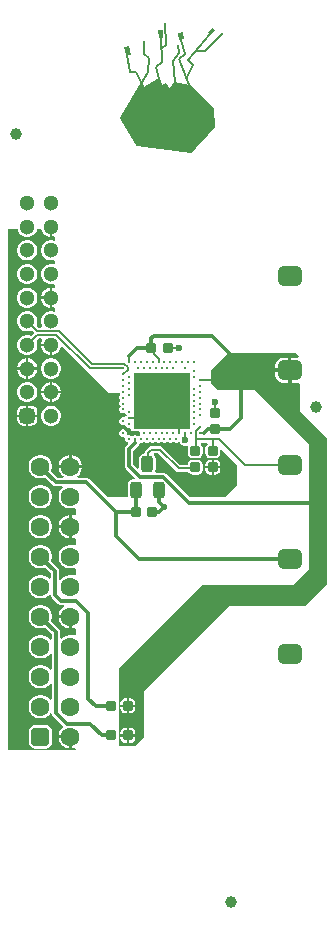
<source format=gtl>
G04*
G04 #@! TF.GenerationSoftware,Altium Limited,Altium Designer,23.3.1 (30)*
G04*
G04 Layer_Physical_Order=1*
G04 Layer_Color=255*
%FSLAX44Y44*%
%MOMM*%
G71*
G04*
G04 #@! TF.SameCoordinates,3F57623D-7EA3-4023-A88F-E5603923C6E2*
G04*
G04*
G04 #@! TF.FilePolarity,Positive*
G04*
G01*
G75*
%ADD10C,0.2000*%
%ADD14C,0.1656*%
G04:AMPARAMS|DCode=16|XSize=0.85mm|YSize=0.85mm|CornerRadius=0.2125mm|HoleSize=0mm|Usage=FLASHONLY|Rotation=270.000|XOffset=0mm|YOffset=0mm|HoleType=Round|Shape=RoundedRectangle|*
%AMROUNDEDRECTD16*
21,1,0.8500,0.4250,0,0,270.0*
21,1,0.4250,0.8500,0,0,270.0*
1,1,0.4250,-0.2125,-0.2125*
1,1,0.4250,-0.2125,0.2125*
1,1,0.4250,0.2125,0.2125*
1,1,0.4250,0.2125,-0.2125*
%
%ADD16ROUNDEDRECTD16*%
%ADD17C,0.2500*%
G04:AMPARAMS|DCode=18|XSize=0.85mm|YSize=0.85mm|CornerRadius=0.2125mm|HoleSize=0mm|Usage=FLASHONLY|Rotation=180.000|XOffset=0mm|YOffset=0mm|HoleType=Round|Shape=RoundedRectangle|*
%AMROUNDEDRECTD18*
21,1,0.8500,0.4250,0,0,180.0*
21,1,0.4250,0.8500,0,0,180.0*
1,1,0.4250,-0.2125,0.2125*
1,1,0.4250,0.2125,0.2125*
1,1,0.4250,0.2125,-0.2125*
1,1,0.4250,-0.2125,-0.2125*
%
%ADD18ROUNDEDRECTD18*%
G04:AMPARAMS|DCode=19|XSize=1mm|YSize=1.4mm|CornerRadius=0.25mm|HoleSize=0mm|Usage=FLASHONLY|Rotation=0.000|XOffset=0mm|YOffset=0mm|HoleType=Round|Shape=RoundedRectangle|*
%AMROUNDEDRECTD19*
21,1,1.0000,0.9000,0,0,0.0*
21,1,0.5000,1.4000,0,0,0.0*
1,1,0.5000,0.2500,-0.4500*
1,1,0.5000,-0.2500,-0.4500*
1,1,0.5000,-0.2500,0.4500*
1,1,0.5000,0.2500,0.4500*
%
%ADD19ROUNDEDRECTD19*%
%ADD32C,1.0000*%
%ADD33R,4.7000X4.7000*%
%ADD34C,0.3000*%
%ADD35C,0.1500*%
G04:AMPARAMS|DCode=36|XSize=1.7mm|YSize=2mm|CornerRadius=0.425mm|HoleSize=0mm|Usage=FLASHONLY|Rotation=90.000|XOffset=0mm|YOffset=0mm|HoleType=Round|Shape=RoundedRectangle|*
%AMROUNDEDRECTD36*
21,1,1.7000,1.1500,0,0,90.0*
21,1,0.8500,2.0000,0,0,90.0*
1,1,0.8500,0.5750,0.4250*
1,1,0.8500,0.5750,-0.4250*
1,1,0.8500,-0.5750,-0.4250*
1,1,0.8500,-0.5750,0.4250*
%
%ADD36ROUNDEDRECTD36*%
%ADD37C,1.3000*%
G04:AMPARAMS|DCode=38|XSize=1.3mm|YSize=1.3mm|CornerRadius=0.325mm|HoleSize=0mm|Usage=FLASHONLY|Rotation=90.000|XOffset=0mm|YOffset=0mm|HoleType=Round|Shape=RoundedRectangle|*
%AMROUNDEDRECTD38*
21,1,1.3000,0.6500,0,0,90.0*
21,1,0.6500,1.3000,0,0,90.0*
1,1,0.6500,0.3250,0.3250*
1,1,0.6500,0.3250,-0.3250*
1,1,0.6500,-0.3250,-0.3250*
1,1,0.6500,-0.3250,0.3250*
%
%ADD38ROUNDEDRECTD38*%
%ADD39C,1.6000*%
G04:AMPARAMS|DCode=40|XSize=1.6mm|YSize=1.6mm|CornerRadius=0.4mm|HoleSize=0mm|Usage=FLASHONLY|Rotation=90.000|XOffset=0mm|YOffset=0mm|HoleType=Round|Shape=RoundedRectangle|*
%AMROUNDEDRECTD40*
21,1,1.6000,0.8000,0,0,90.0*
21,1,0.8000,1.6000,0,0,90.0*
1,1,0.8000,0.4000,0.4000*
1,1,0.8000,0.4000,-0.4000*
1,1,0.8000,-0.4000,-0.4000*
1,1,0.8000,-0.4000,0.4000*
%
%ADD40ROUNDEDRECTD40*%
%ADD41C,0.6000*%
G36*
X152066Y710088D02*
X154721Y712109D01*
X158936Y707202D01*
X162920Y714014D01*
X174553Y711676D01*
X194905Y691065D01*
X195771Y675996D01*
X176621Y655304D01*
X130819Y660841D01*
X117049Y683963D01*
X134471Y712805D01*
X136477Y708876D01*
X149641Y716497D01*
X152066Y710088D01*
D02*
G37*
G36*
X58800Y583150D02*
X58919D01*
X60230Y583501D01*
X61500Y582572D01*
Y580728D01*
X60230Y579799D01*
X58919Y580150D01*
X56681D01*
X54519Y579571D01*
X52581Y578452D01*
X50998Y576869D01*
X49879Y574931D01*
X49300Y572769D01*
Y570531D01*
X49879Y568369D01*
X50998Y566431D01*
X52581Y564848D01*
X54519Y563729D01*
X56681Y563150D01*
X58919D01*
X60230Y563501D01*
X61500Y562572D01*
Y560728D01*
X60230Y559799D01*
X58919Y560150D01*
X56681D01*
X54519Y559571D01*
X52581Y558452D01*
X50998Y556869D01*
X49879Y554931D01*
X49300Y552769D01*
Y550531D01*
X49879Y548369D01*
X50998Y546431D01*
X52581Y544848D01*
X54519Y543729D01*
X56681Y543150D01*
X58919D01*
X60230Y543501D01*
X61500Y542572D01*
Y540728D01*
X60230Y539799D01*
X58919Y540150D01*
X58800D01*
Y531650D01*
Y523150D01*
X58919D01*
X60230Y523501D01*
X61500Y522572D01*
Y520728D01*
X60230Y519799D01*
X58919Y520150D01*
X56681D01*
X54519Y519571D01*
X52581Y518452D01*
X50998Y516869D01*
X49879Y514931D01*
X49300Y512769D01*
Y510531D01*
X49879Y508369D01*
X50540Y507224D01*
X49807Y505954D01*
X47461D01*
X45474Y507942D01*
X45721Y508369D01*
X46300Y510531D01*
Y512769D01*
X45721Y514931D01*
X44602Y516869D01*
X43019Y518452D01*
X41081Y519571D01*
X38919Y520150D01*
X36681D01*
X34519Y519571D01*
X32581Y518452D01*
X30998Y516869D01*
X29879Y514931D01*
X29300Y512769D01*
Y510531D01*
X29879Y508369D01*
X30998Y506431D01*
X32581Y504848D01*
X34519Y503729D01*
X36681Y503150D01*
X38919D01*
X41081Y503729D01*
X41509Y503976D01*
X43835Y501650D01*
X41509Y499324D01*
X41081Y499571D01*
X38919Y500150D01*
X36681D01*
X34519Y499571D01*
X32581Y498452D01*
X30998Y496869D01*
X29879Y494931D01*
X29300Y492769D01*
Y490531D01*
X29879Y488369D01*
X30998Y486431D01*
X32581Y484848D01*
X34519Y483729D01*
X36681Y483150D01*
X38919D01*
X41081Y483729D01*
X43019Y484848D01*
X44602Y486431D01*
X45721Y488369D01*
X46300Y490531D01*
Y492769D01*
X45721Y494931D01*
X45474Y495359D01*
X47461Y497346D01*
X49807D01*
X50540Y496076D01*
X49879Y494931D01*
X49300Y492769D01*
Y492650D01*
X57800D01*
Y491650D01*
X58800D01*
Y483150D01*
X58919D01*
X61081Y483729D01*
X63019Y484848D01*
X64602Y486431D01*
X65721Y488369D01*
X66062Y489642D01*
X67478Y490022D01*
X106750Y450750D01*
X116000D01*
X116245Y450159D01*
X116904Y449500D01*
X116245Y448841D01*
X115750Y447646D01*
Y446353D01*
X116245Y445159D01*
X116904Y444500D01*
X116245Y443841D01*
X115750Y442646D01*
Y441353D01*
X116245Y440159D01*
X116904Y439500D01*
X116245Y438841D01*
X115750Y437646D01*
Y436353D01*
X116245Y435159D01*
X117159Y434245D01*
X118354Y433750D01*
X119646D01*
X121111Y432982D01*
X121245Y432659D01*
X121904Y432000D01*
X121245Y431341D01*
X121111Y431018D01*
X119646Y430250D01*
X118354D01*
X117159Y429755D01*
X116245Y428841D01*
X115750Y427646D01*
Y426354D01*
X116245Y425159D01*
X117159Y424245D01*
X118354Y423750D01*
X119646D01*
X121111Y422982D01*
X121245Y422659D01*
X122159Y421745D01*
X123354Y421250D01*
X124647D01*
X124730Y421285D01*
X126000Y420436D01*
Y419000D01*
X132436D01*
X133285Y417730D01*
X133250Y417646D01*
Y416353D01*
X133572Y415577D01*
X133354Y415250D01*
X132159Y414755D01*
X131500Y414096D01*
X130841Y414755D01*
X129647Y415250D01*
X128354D01*
X127159Y414755D01*
X126500Y414096D01*
X125841Y414755D01*
X124647Y415250D01*
X123354D01*
X123129Y415157D01*
X122157Y416129D01*
X122250Y416353D01*
Y417646D01*
X121755Y418841D01*
X120841Y419755D01*
X119646Y420250D01*
X118354D01*
X117159Y419755D01*
X116245Y418841D01*
X115750Y417646D01*
Y416353D01*
X116245Y415159D01*
X117159Y414245D01*
X118354Y413750D01*
X119646D01*
X119871Y413843D01*
X120843Y412871D01*
X120750Y412646D01*
Y411353D01*
X121245Y410159D01*
X122159Y409245D01*
X122747Y409001D01*
X123118Y407577D01*
X121227Y405685D01*
X120453Y404528D01*
X120181Y403162D01*
Y389250D01*
X120453Y387884D01*
X121227Y386727D01*
X128942Y379011D01*
X128456Y377838D01*
X127500D01*
X125744Y377489D01*
X124256Y376494D01*
X123261Y375006D01*
X122912Y373250D01*
Y364250D01*
X123065Y363482D01*
X122259Y362500D01*
X105797D01*
X90273Y378023D01*
X89116Y378797D01*
X87750Y379069D01*
X80431D01*
X80091Y380339D01*
X80540Y380598D01*
X82402Y382460D01*
X83719Y384740D01*
X84400Y387284D01*
Y387600D01*
X74400D01*
X64400D01*
Y387284D01*
X65082Y384740D01*
X66398Y382460D01*
X68260Y380598D01*
X68709Y380339D01*
X68369Y379069D01*
X63578D01*
X58168Y384479D01*
X58319Y384740D01*
X59000Y387284D01*
Y389916D01*
X58319Y392460D01*
X57002Y394740D01*
X55140Y396602D01*
X52860Y397919D01*
X50317Y398600D01*
X47684D01*
X45140Y397919D01*
X42860Y396602D01*
X40998Y394740D01*
X39681Y392460D01*
X39000Y389916D01*
Y387284D01*
X39681Y384740D01*
X40998Y382460D01*
X42860Y380598D01*
X45140Y379282D01*
X47684Y378600D01*
X50317D01*
X52860Y379282D01*
X53121Y379432D01*
X59577Y372977D01*
X60734Y372203D01*
X62100Y371931D01*
X67193D01*
X67719Y370661D01*
X66398Y369340D01*
X65082Y367060D01*
X64400Y364516D01*
Y361884D01*
X65082Y359340D01*
X66398Y357060D01*
X68260Y355198D01*
X70540Y353881D01*
X73084Y353200D01*
X75717D01*
X77730Y353740D01*
X79000Y352971D01*
Y348030D01*
X77730Y347261D01*
X75717Y347800D01*
X75400D01*
Y337800D01*
Y327800D01*
X75717D01*
X77730Y328340D01*
X79000Y327570D01*
Y322630D01*
X77730Y321861D01*
X75717Y322400D01*
X73084D01*
X70540Y321718D01*
X68260Y320402D01*
X66398Y318540D01*
X65082Y316260D01*
X64400Y313717D01*
Y311084D01*
X65082Y308540D01*
X66398Y306260D01*
X68260Y304398D01*
X70540Y303081D01*
X73084Y302400D01*
X75717D01*
X77730Y302939D01*
X79000Y302171D01*
Y297229D01*
X77730Y296460D01*
X75717Y297000D01*
X73084D01*
X70540Y296318D01*
X68260Y295002D01*
X66398Y293140D01*
X66089Y292604D01*
X64819Y292944D01*
Y300150D01*
X64547Y301516D01*
X63773Y302673D01*
X58168Y308279D01*
X58319Y308540D01*
X59000Y311084D01*
Y313717D01*
X58319Y316260D01*
X57002Y318540D01*
X55140Y320402D01*
X52860Y321718D01*
X50317Y322400D01*
X47684D01*
X45140Y321718D01*
X42860Y320402D01*
X40998Y318540D01*
X39681Y316260D01*
X39000Y313717D01*
Y311084D01*
X39681Y308540D01*
X40998Y306260D01*
X42860Y304398D01*
X45140Y303081D01*
X47684Y302400D01*
X50317D01*
X52860Y303081D01*
X53121Y303232D01*
X57681Y298672D01*
Y294257D01*
X56411Y293731D01*
X55140Y295002D01*
X52860Y296318D01*
X50317Y297000D01*
X47684D01*
X45140Y296318D01*
X42860Y295002D01*
X40998Y293140D01*
X39681Y290860D01*
X39000Y288316D01*
Y285683D01*
X39681Y283140D01*
X40998Y280860D01*
X42860Y278998D01*
X45140Y277682D01*
X47684Y277000D01*
X50317D01*
X52860Y277682D01*
X55140Y278998D01*
X56411Y280269D01*
X56746Y280264D01*
X57765Y279827D01*
X57953Y278884D01*
X58727Y277727D01*
X63977Y272477D01*
X65134Y271703D01*
X66500Y271432D01*
X68889D01*
X69229Y270161D01*
X68260Y269602D01*
X66398Y267740D01*
X65082Y265460D01*
X64400Y262917D01*
Y262600D01*
X74400D01*
Y261600D01*
X75400D01*
Y251600D01*
X75717D01*
X77730Y252139D01*
X79000Y251371D01*
Y246430D01*
X77730Y245660D01*
X75717Y246200D01*
X73084D01*
X70540Y245518D01*
X68260Y244202D01*
X66839Y242781D01*
X65569Y243307D01*
Y248600D01*
X65297Y249966D01*
X64523Y251123D01*
X58168Y257479D01*
X58319Y257740D01*
X59000Y260284D01*
Y262917D01*
X58319Y265460D01*
X57002Y267740D01*
X55140Y269602D01*
X52860Y270919D01*
X50317Y271600D01*
X47684D01*
X45140Y270919D01*
X42860Y269602D01*
X40998Y267740D01*
X39681Y265460D01*
X39000Y262917D01*
Y260284D01*
X39681Y257740D01*
X40998Y255460D01*
X42860Y253598D01*
X45140Y252281D01*
X47684Y251600D01*
X50317D01*
X52860Y252281D01*
X53121Y252432D01*
X58431Y247122D01*
Y242404D01*
X57161Y242064D01*
X57002Y242340D01*
X55140Y244202D01*
X52860Y245518D01*
X50317Y246200D01*
X47684D01*
X45140Y245518D01*
X42860Y244202D01*
X40998Y242340D01*
X39681Y240060D01*
X39000Y237516D01*
Y234883D01*
X39681Y232340D01*
X40998Y230060D01*
X42860Y228198D01*
X45140Y226882D01*
X47684Y226200D01*
X50317D01*
X52860Y226882D01*
X55140Y228198D01*
X57002Y230060D01*
X57161Y230336D01*
X58431Y229996D01*
Y217004D01*
X57161Y216664D01*
X57002Y216940D01*
X55140Y218802D01*
X52860Y220119D01*
X50317Y220800D01*
X47684D01*
X45140Y220119D01*
X42860Y218802D01*
X40998Y216940D01*
X39681Y214660D01*
X39000Y212117D01*
Y209484D01*
X39681Y206940D01*
X40998Y204660D01*
X42860Y202798D01*
X45140Y201481D01*
X47684Y200800D01*
X50317D01*
X52860Y201481D01*
X55140Y202798D01*
X57002Y204660D01*
X57161Y204936D01*
X58431Y204596D01*
Y191604D01*
X57161Y191264D01*
X57002Y191540D01*
X55140Y193402D01*
X52860Y194718D01*
X50317Y195400D01*
X47684D01*
X45140Y194718D01*
X42860Y193402D01*
X40998Y191540D01*
X39681Y189260D01*
X39000Y186716D01*
Y184083D01*
X39681Y181540D01*
X40998Y179260D01*
X42860Y177398D01*
X45140Y176082D01*
X47684Y175400D01*
X50317D01*
X52860Y176082D01*
X55140Y177398D01*
X57002Y179260D01*
X57211Y179623D01*
X58550Y179402D01*
X58703Y178634D01*
X59477Y177477D01*
X68340Y168613D01*
X68260Y168002D01*
X66398Y166140D01*
X65082Y163860D01*
X64400Y161317D01*
Y161000D01*
X74400D01*
Y160000D01*
X75400D01*
Y150000D01*
X75717D01*
X77730Y150540D01*
X79000Y149770D01*
Y148250D01*
X21500D01*
Y589500D01*
X29576D01*
X29879Y588369D01*
X30998Y586431D01*
X32581Y584848D01*
X34519Y583729D01*
X36681Y583150D01*
X38919D01*
X41081Y583729D01*
X43019Y584848D01*
X44602Y586431D01*
X45721Y588369D01*
X46024Y589500D01*
X49576D01*
X49879Y588369D01*
X50998Y586431D01*
X52581Y584848D01*
X54519Y583729D01*
X56681Y583150D01*
X56800D01*
Y591650D01*
X58800D01*
Y583150D01*
D02*
G37*
G36*
X267685Y482315D02*
X267637Y481467D01*
X266388Y480495D01*
X265750Y480622D01*
X261000D01*
Y470000D01*
Y459378D01*
X265750D01*
X267230Y459672D01*
X268500Y458660D01*
Y436000D01*
X291750Y412750D01*
X291750Y289000D01*
X273250Y270500D01*
X208500Y270500D01*
X137000Y199000D01*
Y159750D01*
X129250Y152000D01*
X115266D01*
Y158551D01*
X115331Y158875D01*
Y163125D01*
X115266Y163449D01*
Y183551D01*
X115331Y183875D01*
Y188125D01*
X115266Y188449D01*
Y218016D01*
X185500Y288250D01*
X263000D01*
X276750Y302000D01*
Y407000D01*
X230500Y453250D01*
X199500Y453250D01*
X193000Y459750D01*
Y470750D01*
X207375Y485125D01*
X232375Y485125D01*
X264875D01*
X267685Y482315D01*
D02*
G37*
G36*
X157159Y409245D02*
X158354Y408750D01*
X159647D01*
X160841Y409245D01*
X161500Y409904D01*
X162159Y409245D01*
X163354Y408750D01*
X164646D01*
X165841Y409245D01*
X166743Y409065D01*
X167011Y408418D01*
X168418Y407011D01*
X170255Y406250D01*
X172245D01*
X173021Y406572D01*
X173603Y406069D01*
X173960Y405586D01*
X173669Y404125D01*
Y399875D01*
X173989Y398265D01*
X174901Y396901D01*
X176266Y395989D01*
X177875Y395669D01*
X182125D01*
X183734Y395989D01*
X185099Y396901D01*
X186011Y398265D01*
X186331Y399875D01*
Y404125D01*
X186011Y405734D01*
X185099Y407099D01*
X184535Y407476D01*
X184921Y408746D01*
X190079D01*
X190465Y407476D01*
X189901Y407099D01*
X188989Y405734D01*
X188669Y404125D01*
Y399875D01*
X188989Y398265D01*
X189901Y396901D01*
X191266Y395989D01*
X192875Y395669D01*
X197125D01*
X198734Y395989D01*
X200099Y396901D01*
X201011Y398265D01*
X201331Y399875D01*
Y402373D01*
X202601Y402899D01*
X207006Y398494D01*
X215250Y390250D01*
Y372500D01*
X205250Y362500D01*
X175297D01*
X155273Y382523D01*
X154116Y383297D01*
X152750Y383569D01*
X147032D01*
X146307Y384839D01*
X146588Y386250D01*
Y395250D01*
X146239Y397006D01*
X145244Y398494D01*
X144979Y398671D01*
X145365Y399941D01*
X148733D01*
X163837Y384837D01*
X163837Y384837D01*
X164830Y384174D01*
X166000Y383941D01*
X174206D01*
X174901Y382901D01*
X176266Y381989D01*
X177875Y381669D01*
X182125D01*
X183734Y381989D01*
X185099Y382901D01*
X186011Y384266D01*
X186331Y385875D01*
Y390125D01*
X186011Y391735D01*
X185099Y393099D01*
X183734Y394011D01*
X182125Y394331D01*
X177875D01*
X176266Y394011D01*
X174901Y393099D01*
X173989Y391735D01*
X173669Y390125D01*
Y390059D01*
X167267D01*
X152163Y405163D01*
X151171Y405826D01*
X150000Y406059D01*
X150000Y406059D01*
X143000D01*
X141830Y405826D01*
X140837Y405163D01*
X137837Y402163D01*
X137174Y401171D01*
X136941Y400000D01*
X135798Y399599D01*
X135244Y399489D01*
X133756Y398494D01*
X132761Y397006D01*
X132412Y395250D01*
Y387431D01*
X131142Y386905D01*
X127319Y390728D01*
Y401684D01*
X131523Y405889D01*
X132297Y407046D01*
X132438Y407755D01*
X133203Y408587D01*
X133796Y408750D01*
X134647D01*
X135841Y409245D01*
X136500Y409904D01*
X137159Y409245D01*
X138354Y408750D01*
X139647D01*
X140841Y409245D01*
X141500Y409904D01*
X142159Y409245D01*
X143354Y408750D01*
X144646D01*
X145841Y409245D01*
X146500Y409904D01*
X147159Y409245D01*
X148354Y408750D01*
X149647D01*
X150841Y409245D01*
X151500Y409904D01*
X152159Y409245D01*
X153354Y408750D01*
X154647D01*
X155841Y409245D01*
X156500Y409904D01*
X157159Y409245D01*
D02*
G37*
G36*
X120075Y743991D02*
X121104Y736678D01*
X125324Y737272D01*
X124295Y744585D01*
X120075Y743991D01*
D02*
G37*
G36*
X148784Y758153D02*
X149258Y751458D01*
X152924Y751717D01*
X152451Y758412D01*
X148784Y758153D01*
D02*
G37*
G36*
X165139Y755704D02*
X166521Y749637D01*
X170807Y750613D01*
X169424Y756680D01*
X165139Y755704D01*
D02*
G37*
G36*
X194591Y760354D02*
X190851Y755976D01*
X193391Y753806D01*
X197131Y758185D01*
X194591Y760354D01*
D02*
G37*
%LPC*%
G36*
X38919Y580150D02*
X36681D01*
X34519Y579571D01*
X32581Y578452D01*
X30998Y576869D01*
X29879Y574931D01*
X29300Y572769D01*
Y570531D01*
X29879Y568369D01*
X30998Y566431D01*
X32581Y564848D01*
X34519Y563729D01*
X36681Y563150D01*
X38919D01*
X41081Y563729D01*
X43019Y564848D01*
X44602Y566431D01*
X45721Y568369D01*
X46300Y570531D01*
Y572769D01*
X45721Y574931D01*
X44602Y576869D01*
X43019Y578452D01*
X41081Y579571D01*
X38919Y580150D01*
D02*
G37*
G36*
Y560150D02*
X36681D01*
X34519Y559571D01*
X32581Y558452D01*
X30998Y556869D01*
X29879Y554931D01*
X29300Y552769D01*
Y550531D01*
X29879Y548369D01*
X30998Y546431D01*
X32581Y544848D01*
X34519Y543729D01*
X36681Y543150D01*
X38919D01*
X41081Y543729D01*
X43019Y544848D01*
X44602Y546431D01*
X45721Y548369D01*
X46300Y550531D01*
Y552769D01*
X45721Y554931D01*
X44602Y556869D01*
X43019Y558452D01*
X41081Y559571D01*
X38919Y560150D01*
D02*
G37*
G36*
X56800Y540150D02*
X56681D01*
X54519Y539571D01*
X52581Y538452D01*
X50998Y536869D01*
X49879Y534931D01*
X49300Y532769D01*
Y532650D01*
X56800D01*
Y540150D01*
D02*
G37*
G36*
Y530650D02*
X49300D01*
Y530531D01*
X49879Y528369D01*
X50998Y526431D01*
X52581Y524848D01*
X54519Y523729D01*
X56681Y523150D01*
X56800D01*
Y530650D01*
D02*
G37*
G36*
X38919Y540150D02*
X36681D01*
X34519Y539571D01*
X32581Y538452D01*
X30998Y536869D01*
X29879Y534931D01*
X29300Y532769D01*
Y530531D01*
X29879Y528369D01*
X30998Y526431D01*
X32581Y524848D01*
X34519Y523729D01*
X36681Y523150D01*
X38919D01*
X41081Y523729D01*
X43019Y524848D01*
X44602Y526431D01*
X45721Y528369D01*
X46300Y530531D01*
Y532769D01*
X45721Y534931D01*
X44602Y536869D01*
X43019Y538452D01*
X41081Y539571D01*
X38919Y540150D01*
D02*
G37*
G36*
X56800Y490650D02*
X49300D01*
Y490531D01*
X49879Y488369D01*
X50998Y486431D01*
X52581Y484848D01*
X54519Y483729D01*
X56681Y483150D01*
X56800D01*
Y490650D01*
D02*
G37*
G36*
X38919Y480150D02*
X38800D01*
Y472650D01*
X46300D01*
Y472769D01*
X45721Y474931D01*
X44602Y476869D01*
X43019Y478452D01*
X41081Y479571D01*
X38919Y480150D01*
D02*
G37*
G36*
X36800D02*
X36681D01*
X34519Y479571D01*
X32581Y478452D01*
X30998Y476869D01*
X29879Y474931D01*
X29300Y472769D01*
Y472650D01*
X36800D01*
Y480150D01*
D02*
G37*
G36*
X58919D02*
X56681D01*
X54519Y479571D01*
X52581Y478452D01*
X50998Y476869D01*
X49879Y474931D01*
X49300Y472769D01*
Y470531D01*
X49879Y468369D01*
X50998Y466431D01*
X52581Y464848D01*
X54519Y463729D01*
X56681Y463150D01*
X58919D01*
X61081Y463729D01*
X63019Y464848D01*
X64602Y466431D01*
X65721Y468369D01*
X66300Y470531D01*
Y472769D01*
X65721Y474931D01*
X64602Y476869D01*
X63019Y478452D01*
X61081Y479571D01*
X58919Y480150D01*
D02*
G37*
G36*
X46300Y470650D02*
X38800D01*
Y463150D01*
X38919D01*
X41081Y463729D01*
X43019Y464848D01*
X44602Y466431D01*
X45721Y468369D01*
X46300Y470531D01*
Y470650D01*
D02*
G37*
G36*
X36800D02*
X29300D01*
Y470531D01*
X29879Y468369D01*
X30998Y466431D01*
X32581Y464848D01*
X34519Y463729D01*
X36681Y463150D01*
X36800D01*
Y470650D01*
D02*
G37*
G36*
X58919Y460150D02*
X58800D01*
Y452650D01*
X66300D01*
Y452769D01*
X65721Y454931D01*
X64602Y456869D01*
X63019Y458452D01*
X61081Y459571D01*
X58919Y460150D01*
D02*
G37*
G36*
X56800D02*
X56681D01*
X54519Y459571D01*
X52581Y458452D01*
X50998Y456869D01*
X49879Y454931D01*
X49300Y452769D01*
Y452650D01*
X56800D01*
Y460150D01*
D02*
G37*
G36*
X66300Y450650D02*
X58800D01*
Y443150D01*
X58919D01*
X61081Y443729D01*
X63019Y444848D01*
X64602Y446431D01*
X65721Y448369D01*
X66300Y450531D01*
Y450650D01*
D02*
G37*
G36*
X56800D02*
X49300D01*
Y450531D01*
X49879Y448369D01*
X50998Y446431D01*
X52581Y444848D01*
X54519Y443729D01*
X56681Y443150D01*
X56800D01*
Y450650D01*
D02*
G37*
G36*
X38919Y460150D02*
X36681D01*
X34519Y459571D01*
X32581Y458452D01*
X30998Y456869D01*
X29879Y454931D01*
X29300Y452769D01*
Y450531D01*
X29879Y448369D01*
X30998Y446431D01*
X32581Y444848D01*
X34519Y443729D01*
X36681Y443150D01*
X38919D01*
X41081Y443729D01*
X43019Y444848D01*
X44602Y446431D01*
X45721Y448369D01*
X46300Y450531D01*
Y452769D01*
X45721Y454931D01*
X44602Y456869D01*
X43019Y458452D01*
X41081Y459571D01*
X38919Y460150D01*
D02*
G37*
G36*
X41050Y440253D02*
X38800D01*
Y432650D01*
X46403D01*
Y434900D01*
X45995Y436948D01*
X44835Y438685D01*
X43098Y439845D01*
X41050Y440253D01*
D02*
G37*
G36*
X36800D02*
X34550D01*
X32502Y439845D01*
X30765Y438685D01*
X29605Y436948D01*
X29197Y434900D01*
Y432650D01*
X36800D01*
Y440253D01*
D02*
G37*
G36*
X58919Y440150D02*
X56681D01*
X54519Y439571D01*
X52581Y438452D01*
X50998Y436869D01*
X49879Y434931D01*
X49300Y432769D01*
Y430531D01*
X49879Y428369D01*
X50998Y426431D01*
X52581Y424848D01*
X54519Y423729D01*
X56681Y423150D01*
X58919D01*
X61081Y423729D01*
X63019Y424848D01*
X64602Y426431D01*
X65721Y428369D01*
X66300Y430531D01*
Y432769D01*
X65721Y434931D01*
X64602Y436869D01*
X63019Y438452D01*
X61081Y439571D01*
X58919Y440150D01*
D02*
G37*
G36*
X46403Y430650D02*
X38800D01*
Y423047D01*
X41050D01*
X43098Y423455D01*
X44835Y424615D01*
X45995Y426352D01*
X46403Y428400D01*
Y430650D01*
D02*
G37*
G36*
X36800D02*
X29197D01*
Y428400D01*
X29605Y426352D01*
X30765Y424615D01*
X32502Y423455D01*
X34550Y423047D01*
X36800D01*
Y430650D01*
D02*
G37*
G36*
X75717Y398600D02*
X75400D01*
Y389600D01*
X84400D01*
Y389916D01*
X83719Y392460D01*
X82402Y394740D01*
X80540Y396602D01*
X78260Y397919D01*
X75717Y398600D01*
D02*
G37*
G36*
X73400D02*
X73084D01*
X70540Y397919D01*
X68260Y396602D01*
X66398Y394740D01*
X65082Y392460D01*
X64400Y389916D01*
Y389600D01*
X73400D01*
Y398600D01*
D02*
G37*
G36*
X50317Y373200D02*
X47684D01*
X45140Y372519D01*
X42860Y371202D01*
X40998Y369340D01*
X39681Y367060D01*
X39000Y364516D01*
Y361884D01*
X39681Y359340D01*
X40998Y357060D01*
X42860Y355198D01*
X45140Y353881D01*
X47684Y353200D01*
X50317D01*
X52860Y353881D01*
X55140Y355198D01*
X57002Y357060D01*
X58319Y359340D01*
X59000Y361884D01*
Y364516D01*
X58319Y367060D01*
X57002Y369340D01*
X55140Y371202D01*
X52860Y372519D01*
X50317Y373200D01*
D02*
G37*
G36*
X73400Y347800D02*
X73084D01*
X70540Y347118D01*
X68260Y345802D01*
X66398Y343940D01*
X65082Y341660D01*
X64400Y339117D01*
Y338800D01*
X73400D01*
Y347800D01*
D02*
G37*
G36*
Y336800D02*
X64400D01*
Y336483D01*
X65082Y333940D01*
X66398Y331660D01*
X68260Y329798D01*
X70540Y328481D01*
X73084Y327800D01*
X73400D01*
Y336800D01*
D02*
G37*
G36*
X50317Y347800D02*
X47684D01*
X45140Y347118D01*
X42860Y345802D01*
X40998Y343940D01*
X39681Y341660D01*
X39000Y339117D01*
Y336483D01*
X39681Y333940D01*
X40998Y331660D01*
X42860Y329798D01*
X45140Y328481D01*
X47684Y327800D01*
X50317D01*
X52860Y328481D01*
X55140Y329798D01*
X57002Y331660D01*
X58319Y333940D01*
X59000Y336483D01*
Y339117D01*
X58319Y341660D01*
X57002Y343940D01*
X55140Y345802D01*
X52860Y347118D01*
X50317Y347800D01*
D02*
G37*
G36*
X73400Y260600D02*
X64400D01*
Y260284D01*
X65082Y257740D01*
X66398Y255460D01*
X68260Y253598D01*
X70540Y252281D01*
X73084Y251600D01*
X73400D01*
Y260600D01*
D02*
G37*
G36*
Y159000D02*
X64400D01*
Y158684D01*
X65082Y156140D01*
X66398Y153860D01*
X68260Y151998D01*
X70540Y150681D01*
X73084Y150000D01*
X73400D01*
Y159000D01*
D02*
G37*
G36*
X53000Y170117D02*
X45000D01*
X42659Y169652D01*
X40674Y168326D01*
X39348Y166341D01*
X38883Y164000D01*
Y156000D01*
X39348Y153659D01*
X40674Y151674D01*
X42659Y150348D01*
X45000Y149882D01*
X53000D01*
X55341Y150348D01*
X57326Y151674D01*
X58652Y153659D01*
X59117Y156000D01*
Y164000D01*
X58652Y166341D01*
X57326Y168326D01*
X55341Y169652D01*
X53000Y170117D01*
D02*
G37*
G36*
X259000Y480622D02*
X254250D01*
X251811Y480137D01*
X249744Y478756D01*
X248363Y476689D01*
X247878Y474250D01*
Y471000D01*
X259000D01*
Y480622D01*
D02*
G37*
G36*
Y469000D02*
X247878D01*
Y465750D01*
X248363Y463311D01*
X249744Y461244D01*
X251811Y459863D01*
X254250Y459378D01*
X259000D01*
Y469000D01*
D02*
G37*
G36*
X125125Y192331D02*
X124000D01*
Y187000D01*
X129331D01*
Y188125D01*
X129011Y189734D01*
X128099Y191099D01*
X126735Y192011D01*
X125125Y192331D01*
D02*
G37*
G36*
X122000D02*
X120875D01*
X119265Y192011D01*
X117901Y191099D01*
X116989Y189734D01*
X116669Y188125D01*
Y187000D01*
X122000D01*
Y192331D01*
D02*
G37*
G36*
X129331Y185000D02*
X124000D01*
Y179669D01*
X125125D01*
X126735Y179989D01*
X128099Y180901D01*
X129011Y182265D01*
X129331Y183875D01*
Y185000D01*
D02*
G37*
G36*
X122000D02*
X116669D01*
Y183875D01*
X116989Y182265D01*
X117901Y180901D01*
X119265Y179989D01*
X120875Y179669D01*
X122000D01*
Y185000D01*
D02*
G37*
G36*
X125125Y167331D02*
X124000D01*
Y162000D01*
X129331D01*
Y163125D01*
X129011Y164734D01*
X128099Y166099D01*
X126735Y167011D01*
X125125Y167331D01*
D02*
G37*
G36*
X122000D02*
X120875D01*
X119265Y167011D01*
X117901Y166099D01*
X116989Y164734D01*
X116669Y163125D01*
Y162000D01*
X122000D01*
Y167331D01*
D02*
G37*
G36*
X129331Y160000D02*
X124000D01*
Y154669D01*
X125125D01*
X126735Y154989D01*
X128099Y155901D01*
X129011Y157266D01*
X129331Y158875D01*
Y160000D01*
D02*
G37*
G36*
X122000D02*
X116669D01*
Y158875D01*
X116989Y157266D01*
X117901Y155901D01*
X119265Y154989D01*
X120875Y154669D01*
X122000D01*
Y160000D01*
D02*
G37*
G36*
X197125Y394331D02*
X196000D01*
Y389000D01*
X201331D01*
Y390125D01*
X201011Y391735D01*
X200099Y393099D01*
X198734Y394011D01*
X197125Y394331D01*
D02*
G37*
G36*
X194000D02*
X192875D01*
X191266Y394011D01*
X189901Y393099D01*
X188989Y391735D01*
X188669Y390125D01*
Y389000D01*
X194000D01*
Y394331D01*
D02*
G37*
G36*
X201331Y387000D02*
X196000D01*
Y381669D01*
X197125D01*
X198734Y381989D01*
X200099Y382901D01*
X201011Y384266D01*
X201331Y385875D01*
Y387000D01*
D02*
G37*
G36*
X194000D02*
X188669D01*
Y385875D01*
X188989Y384266D01*
X189901Y382901D01*
X191266Y381989D01*
X192875Y381669D01*
X194000D01*
Y387000D01*
D02*
G37*
%LPD*%
D10*
X195000Y411804D02*
X200196D01*
X180445D02*
X195000D01*
Y402000D02*
Y411804D01*
X222000Y390000D02*
X260000D01*
X200196Y411804D02*
X222000Y390000D01*
X180445Y411804D02*
Y418445D01*
Y405164D02*
Y411804D01*
Y418445D02*
X184000Y422000D01*
X180445Y405164D02*
X180750Y404859D01*
Y404250D02*
Y404859D01*
X150000Y403000D02*
X166000Y387000D01*
X181566D01*
X124000Y429500D02*
X136500D01*
X184000Y462000D02*
X195000D01*
X139250Y390750D02*
Y391000D01*
X144960Y486000D02*
X145374Y485586D01*
Y483626D02*
X149000Y480000D01*
Y477000D02*
Y480000D01*
X143000Y486000D02*
X144960D01*
X145374Y483626D02*
Y485586D01*
X129000Y408412D02*
Y412000D01*
X124000Y477000D02*
Y482000D01*
X143000Y403000D02*
X150000D01*
X140000Y400000D02*
X143000Y403000D01*
X139500Y390750D02*
X140000Y391250D01*
Y400000D01*
X184000Y417000D02*
X187250D01*
X139250Y391000D02*
X139500Y390750D01*
X157000Y488750D02*
X166125D01*
X196500Y434250D02*
Y443250D01*
X171404Y416904D02*
X171500Y417000D01*
X171404Y411404D02*
Y416904D01*
X171250Y411250D02*
X171404Y411404D01*
X166500Y422418D02*
X169500Y425418D01*
X166500Y417000D02*
Y422418D01*
X169500Y425418D02*
Y426500D01*
X136500Y429500D02*
X151500Y444500D01*
D14*
X174553Y711676D02*
X194905Y691065D01*
X171896Y718602D02*
X174553Y711676D01*
X173006Y718720D02*
X178443Y728922D01*
X166148Y733587D02*
X171003Y737956D01*
X172306Y717534D02*
X173006Y718720D01*
X173711Y732941D02*
X178443Y728922D01*
X166148Y733587D02*
X171896Y718602D01*
X194905Y691065D02*
X195771Y675996D01*
X157738Y695724D02*
X162330Y698957D01*
X160676Y702701D02*
X166961Y709973D01*
X160676Y702701D02*
X162330Y698957D01*
X158936Y707202D02*
X162920Y714014D01*
X166961Y709973D01*
X161361Y732028D02*
X162920Y714014D01*
X161361Y732028D02*
X166615Y738840D01*
X122646Y737087D02*
X124468Y722732D01*
X180041Y740401D02*
X188669D01*
X165824Y745942D02*
X166615Y738840D01*
X168318Y750046D02*
X171003Y737956D01*
X173711Y732941D02*
X192258Y754799D01*
X140432Y722675D02*
X141121Y734678D01*
X151028Y751635D02*
X152123Y731162D01*
X147100Y727005D02*
X152123Y731162D01*
X188669Y740401D02*
X203129Y755328D01*
X136249Y738166D02*
X136952Y749076D01*
X136249Y738166D02*
X141121Y734678D01*
X151484Y743112D02*
X155472Y745942D01*
X147100Y727005D02*
X149641Y716497D01*
X154783Y763909D02*
X155472Y745942D01*
X124468Y722732D02*
X129549Y722444D01*
X117049Y683963D02*
X140432Y722675D01*
X136477Y708876D02*
X149641Y716497D01*
X152066Y710088D01*
X129549Y722444D02*
X136477Y708876D01*
X152066Y710088D02*
X154721Y712109D01*
X158936Y707202D01*
X117049Y683963D02*
X130819Y660841D01*
X176621Y655304D02*
X195771Y675996D01*
X130819Y660841D02*
X176621Y655304D01*
D16*
X109000Y161000D02*
D03*
X123000D02*
D03*
X129500Y350500D02*
D03*
X143500D02*
D03*
X123000Y186000D02*
D03*
X109000D02*
D03*
X157000Y488750D02*
D03*
X143000Y488750D02*
D03*
D17*
X131500Y472000D02*
D03*
X136500D02*
D03*
X141500D02*
D03*
X146500D02*
D03*
X151500D02*
D03*
X156500D02*
D03*
X161500D02*
D03*
X124000Y477000D02*
D03*
X129000D02*
D03*
X134000D02*
D03*
X139000D02*
D03*
X144000D02*
D03*
X149000D02*
D03*
X154000D02*
D03*
X159000D02*
D03*
X164000D02*
D03*
X169000D02*
D03*
X171500Y472000D02*
D03*
X174000Y477000D02*
D03*
X179000D02*
D03*
Y469500D02*
D03*
Y464500D02*
D03*
X184000Y462000D02*
D03*
X179000Y454500D02*
D03*
Y449500D02*
D03*
Y444500D02*
D03*
Y439500D02*
D03*
X184000Y457000D02*
D03*
Y452000D02*
D03*
Y447000D02*
D03*
Y442000D02*
D03*
Y437000D02*
D03*
X179000Y434500D02*
D03*
X184000Y432000D02*
D03*
X179000Y429500D02*
D03*
Y424500D02*
D03*
X184000Y422000D02*
D03*
X119000Y417000D02*
D03*
X136500D02*
D03*
X141500D02*
D03*
X146500D02*
D03*
X151500D02*
D03*
X156500D02*
D03*
X161500D02*
D03*
X166500D02*
D03*
X171500D02*
D03*
X176500D02*
D03*
X124000Y412000D02*
D03*
X129000D02*
D03*
X134000D02*
D03*
X139000D02*
D03*
X144000D02*
D03*
X149000D02*
D03*
X154000D02*
D03*
X159000D02*
D03*
X124000Y464500D02*
D03*
X119000Y462000D02*
D03*
X124000Y459500D02*
D03*
X119000Y457000D02*
D03*
X124000Y454500D02*
D03*
X119000Y452000D02*
D03*
X124000Y449500D02*
D03*
X119000Y447000D02*
D03*
Y442000D02*
D03*
Y437000D02*
D03*
X124000Y434500D02*
D03*
Y429500D02*
D03*
X119000Y427000D02*
D03*
X124000Y424500D02*
D03*
X184000Y417000D02*
D03*
X119000Y472000D02*
D03*
Y467000D02*
D03*
X164000Y412000D02*
D03*
D18*
X180000Y402000D02*
D03*
Y388000D02*
D03*
X195000D02*
D03*
Y402000D02*
D03*
X196500Y420250D02*
D03*
Y434250D02*
D03*
D19*
X130000Y368750D02*
D03*
X149000D02*
D03*
X139500Y390750D02*
D03*
D32*
X282000Y439250D02*
D03*
X28250Y670500D02*
D03*
X210000Y20000D02*
D03*
D33*
X151500Y444500D02*
D03*
D34*
X219000Y470000D02*
Y474500D01*
X145000Y499250D02*
X194250D01*
X219000Y474500D01*
X112750Y329750D02*
Y350500D01*
X132500Y310000D02*
X260000D01*
X112750Y329750D02*
X132500Y310000D01*
X62100Y375500D02*
X87750D01*
X112750Y350500D02*
X129500D01*
X87750Y375500D02*
X112750Y350500D01*
X153250Y354250D02*
X153250D01*
X149000Y358500D02*
X153250Y354250D01*
X153250D02*
X153750D01*
X195000Y462000D02*
X203000Y470000D01*
X219000D01*
X283250Y362000D02*
Y410750D01*
X174750Y358000D02*
X279250D01*
X283250Y362000D01*
X133000Y380000D02*
X152750D01*
X174750Y358000D01*
X123750Y389250D02*
Y403162D01*
Y389250D02*
X133000Y380000D01*
X123750Y403162D02*
X129000Y408412D01*
X260000Y434000D02*
X283250Y410750D01*
X49000Y388600D02*
X62100Y375500D01*
X129500Y350500D02*
Y368250D01*
X130000Y368750D01*
X61250Y280250D02*
Y300150D01*
X66500Y275000D02*
X79250D01*
X61250Y280250D02*
X66500Y275000D01*
X49000Y312400D02*
X61250Y300150D01*
X79250Y275000D02*
X89500Y264750D01*
Y192250D02*
Y264750D01*
Y192250D02*
X95750Y186000D01*
X109000D01*
X49000Y261600D02*
X62000Y248600D01*
Y180000D02*
Y248600D01*
Y180000D02*
X71250Y170750D01*
X101000Y161000D02*
X109000D01*
X71250Y170750D02*
X91250D01*
X101000Y161000D01*
X260000Y434000D02*
Y470000D01*
X219000Y430000D02*
Y470000D01*
X260000D01*
X209250Y420250D02*
X219000Y430000D01*
X196500Y420250D02*
X209250D01*
X196422Y420172D02*
X196500Y420250D01*
X130750Y488750D02*
X143000D01*
X124000Y482000D02*
X130750Y488750D01*
X187250Y417000D02*
X190422Y420172D01*
X196422D01*
X149000Y358500D02*
Y368750D01*
X143500Y350500D02*
X143750Y350250D01*
X149250D01*
X153250Y354250D01*
X143000Y497250D02*
X145000Y499250D01*
X143000Y488750D02*
Y497250D01*
D35*
X119000Y467000D02*
X122750Y470750D01*
X62500Y500150D02*
X90650Y472000D01*
X119000D01*
X37800Y511650D02*
X46300Y503150D01*
X38400Y511650D02*
Y511650D01*
X37800Y491650D02*
X46300Y500150D01*
X62500D01*
X64600Y503150D02*
X92250Y475500D01*
X46300Y503150D02*
X64600D01*
X120096Y475500D02*
X122750Y472846D01*
Y470750D02*
Y472846D01*
X92250Y475500D02*
X120096D01*
D36*
X260000Y550000D02*
D03*
Y230000D02*
D03*
Y390000D02*
D03*
Y470000D02*
D03*
Y310000D02*
D03*
D37*
X37800Y471650D02*
D03*
X57800Y451650D02*
D03*
Y611650D02*
D03*
X37800D02*
D03*
X57800Y591650D02*
D03*
X37800D02*
D03*
X57800Y571650D02*
D03*
X37800D02*
D03*
X57800Y551650D02*
D03*
X37800D02*
D03*
X57800Y531650D02*
D03*
X37800D02*
D03*
X57800Y511650D02*
D03*
X37800D02*
D03*
X57800Y491650D02*
D03*
X37800D02*
D03*
X57800Y471650D02*
D03*
X37800Y451650D02*
D03*
X57800Y431650D02*
D03*
D38*
X37800D02*
D03*
D39*
X74400Y160000D02*
D03*
X49000Y185400D02*
D03*
X74400D02*
D03*
X49000Y210800D02*
D03*
X74400D02*
D03*
X49000Y236200D02*
D03*
X74400D02*
D03*
X49000Y261600D02*
D03*
X74400D02*
D03*
X49000Y287000D02*
D03*
X74400D02*
D03*
X49000Y312400D02*
D03*
X74400D02*
D03*
X49000Y337800D02*
D03*
X74400D02*
D03*
X49000Y363200D02*
D03*
X74400D02*
D03*
X49000Y388600D02*
D03*
X74400D02*
D03*
D40*
X49000Y160000D02*
D03*
D41*
X169500Y462500D02*
D03*
X157500D02*
D03*
X145500D02*
D03*
X133500D02*
D03*
Y450500D02*
D03*
X145500D02*
D03*
X157500D02*
D03*
X169500D02*
D03*
Y438500D02*
D03*
X157500D02*
D03*
X145500D02*
D03*
X133500D02*
D03*
Y426500D02*
D03*
X145500D02*
D03*
X157500D02*
D03*
X169500D02*
D03*
X27250Y321250D02*
D03*
X30250Y157500D02*
D03*
X27500Y581250D02*
D03*
X211963Y385161D02*
D03*
X208500Y371000D02*
D03*
X176500D02*
D03*
X151500Y389750D02*
D03*
X71250Y478750D02*
D03*
X72750Y453500D02*
D03*
X108500Y445500D02*
D03*
X71500Y425250D02*
D03*
X52000Y409750D02*
D03*
X104750Y421250D02*
D03*
X116750Y368250D02*
D03*
X116000Y396500D02*
D03*
X129750Y395250D02*
D03*
X169500Y402750D02*
D03*
X153750Y354250D02*
D03*
X166125Y488750D02*
D03*
X196500Y443250D02*
D03*
X171250Y411250D02*
D03*
M02*

</source>
